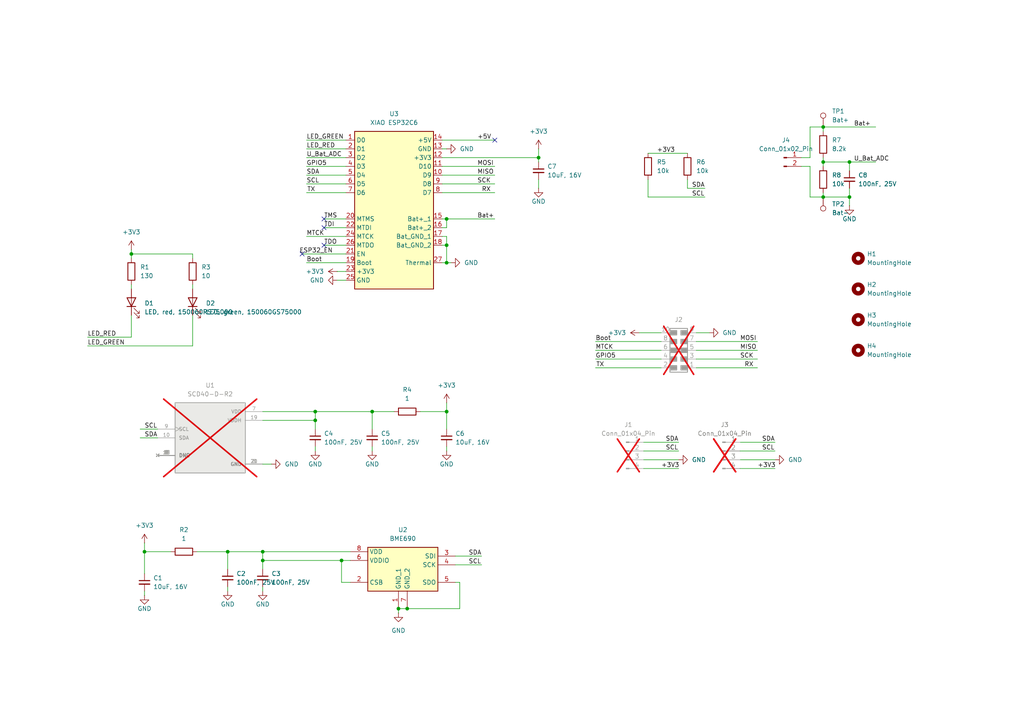
<source format=kicad_sch>
(kicad_sch (version 20250114) (generator "eeschema") (generator_version "9.0")
  (paper "A4")
  (lib_symbols
    (symbol "Bosch_BMP690:BME690"
      (property "Reference" "IC" (at 5.08 7.366 0))
      (property "Value" "BME690" (at 5.08 4.826 0))
      (symbol "BME690_1_1"
        (rectangle (start 5.08 2.54) (end 25.4 -10.16) (stroke (width 0.254)) (fill (type background)))
        (pin power_in line (at 0 1.27 0) (length 5.08) (name "VDD") (number "8"))
        (pin power_in line (at 0 -1.27 0) (length 5.08) (name "VDDIO") (number "6"))
        (pin input line (at 0 -7.62 0) (length 5.08) (name "CSB") (number "2"))
        (pin power_in line (at 13.97 -15.24 90) (length 5.08) (name "GND_1") (number "1"))
        (pin power_in line (at 16.51 -15.24 90) (length 5.08) (name "GND_2") (number "7"))
        (pin bidirectional line (at 30.48 0 180) (length 5.08) (name "SDI") (number "3"))
        (pin input line (at 30.48 -2.54 180) (length 5.08) (name "SCK") (number "4"))
        (pin bidirectional line (at 30.48 -7.62 180) (length 5.08) (name "SDO") (number "5"))
      )
    )
    (symbol "Connector:Conn_01x02_Pin" (pin_names (offset 1.016) (hide yes))
      (property "Reference" "J" (at 0 2.54 0))
      (property "Value" "Conn_01x02_Pin" (at 0 -5.08 0))
      (symbol "Conn_01x02_Pin_1_1"
        (rectangle (start 0.8636 0.127) (end 0 -0.127) (stroke (width 0.1524)) (fill (type outline)))
        (rectangle (start 0.8636 -2.413) (end 0 -2.667) (stroke (width 0.1524)) (fill (type outline)))
        (polyline (pts (xy 1.27 0) (xy 0.8636 0)) (stroke (width 0.1524)))
        (polyline (pts (xy 1.27 -2.54) (xy 0.8636 -2.54)) (stroke (width 0.1524)))
        (pin passive line (at 5.08 0 180) (length 3.81) (name "Pin_1") (number "1"))
        (pin passive line (at 5.08 -2.54 180) (length 3.81) (name "Pin_2") (number "2"))
      )
    )
    (symbol "Connector:Conn_01x04_Pin" (pin_names (offset 1.016) (hide yes))
      (property "Reference" "J" (at 0 5.08 0))
      (property "Value" "Conn_01x04_Pin" (at 0 -7.62 0))
      (symbol "Conn_01x04_Pin_1_1"
        (rectangle (start 0.8636 2.667) (end 0 2.413) (stroke (width 0.1524)) (fill (type outline)))
        (rectangle (start 0.8636 0.127) (end 0 -0.127) (stroke (width 0.1524)) (fill (type outline)))
        (rectangle (start 0.8636 -2.413) (end 0 -2.667) (stroke (width 0.1524)) (fill (type outline)))
        (rectangle (start 0.8636 -4.953) (end 0 -5.207) (stroke (width 0.1524)) (fill (type outline)))
        (polyline (pts (xy 1.27 2.54) (xy 0.8636 2.54)) (stroke (width 0.1524)))
        (polyline (pts (xy 1.27 0) (xy 0.8636 0)) (stroke (width 0.1524)))
        (polyline (pts (xy 1.27 -2.54) (xy 0.8636 -2.54)) (stroke (width 0.1524)))
        (polyline (pts (xy 1.27 -5.08) (xy 0.8636 -5.08)) (stroke (width 0.1524)))
        (pin passive line (at 5.08 2.54 180) (length 3.81) (name "Pin_1") (number "1"))
        (pin passive line (at 5.08 0 180) (length 3.81) (name "Pin_2") (number "2"))
        (pin passive line (at 5.08 -2.54 180) (length 3.81) (name "Pin_3") (number "3"))
        (pin passive line (at 5.08 -5.08 180) (length 3.81) (name "Pin_4") (number "4"))
      )
    )
    (symbol "Connector:TestPoint" (pin_numbers (hide yes)) (pin_names (offset 0.762) (hide yes))
      (property "Reference" "TP" (at 0 6.858 0))
      (property "Value" "TestPoint" (at 0 5.08 0))
      (symbol "TestPoint_0_1"
        (circle (center 0 3.302) (radius 0.762))
      )
      (symbol "TestPoint_1_1"
        (pin passive line (at 0 0 90) (length 2.54) (name "1") (number "1"))
      )
    )
    (symbol "Connector_Wuerth:62131021021" (pin_names (hide yes))
      (property "Reference" "J" (at 0 12.7 0))
      (symbol "62131021021_1_1"
        (rectangle (start -6.35 2.54) (end 6.35 -2.54) (stroke (width 0.254)))
        (rectangle (start -5.715 2.4765) (end -4.445 0.5715) (stroke (width 0.254)) (fill (type outline)))
        (rectangle (start -5.715 -0.635) (end -4.445 -2.54) (stroke (width 0.254)) (fill (type outline)))
        (rectangle (start -3.175 2.4765) (end -1.905 0.5715) (stroke (width 0.254)) (fill (type outline)))
        (rectangle (start -3.175 -0.635) (end -1.905 -2.54) (stroke (width 0.254)) (fill (type outline)))
        (rectangle (start -0.635 2.4765) (end 0.635 0.5715) (stroke (width 0.254)) (fill (type outline)))
        (rectangle (start -0.635 -0.635) (end 0.635 -2.54) (stroke (width 0.254)) (fill (type outline)))
        (rectangle (start 1.905 2.4765) (end 3.175 0.5715) (stroke (width 0.254)) (fill (type outline)))
        (rectangle (start 1.905 -0.635) (end 3.175 -2.54) (stroke (width 0.254)) (fill (type outline)))
        (rectangle (start 4.445 2.4765) (end 5.715 0.5715) (stroke (width 0.254)) (fill (type outline)))
        (rectangle (start 4.445 -0.635) (end 5.715 -2.54) (stroke (width 0.254)) (fill (type outline)))
        (pin passive line (at -5.08 5.08 270) (length 2.54) (name "2") (number "2"))
        (pin passive line (at -5.08 -5.08 90) (length 2.54) (name "1") (number "1"))
        (pin passive line (at -2.54 5.08 270) (length 2.54) (name "4") (number "4"))
        (pin passive line (at -2.54 -5.08 90) (length 2.54) (name "3") (number "3"))
        (pin passive line (at 0 5.08 270) (length 2.54) (name "6") (number "6"))
        (pin passive line (at 0 -5.08 90) (length 2.54) (name "5") (number "5"))
        (pin passive line (at 2.54 5.08 270) (length 2.54) (name "8") (number "8"))
        (pin passive line (at 2.54 -5.08 90) (length 2.54) (name "7") (number "7"))
        (pin passive line (at 5.08 5.08 270) (length 2.54) (name "10") (number "10"))
        (pin passive line (at 5.08 -5.08 90) (length 2.54) (name "9") (number "9"))
      )
    )
    (symbol "Device:C_Small" (pin_numbers (hide yes)) (pin_names (offset 0.254) (hide yes))
      (property "Reference" "C" (at 0.254 1.778 0))
      (property "Value" "C_Small" (at 0.254 -2.032 0))
      (symbol "C_Small_0_1"
        (polyline (pts (xy -1.524 0.508) (xy 1.524 0.508)) (stroke (width 0.3048)))
        (polyline (pts (xy -1.524 -0.508) (xy 1.524 -0.508)) (stroke (width 0.3302)))
      )
      (symbol "C_Small_1_1"
        (pin passive line (at 0 2.54 270) (length 2.032) (name "~") (number "1"))
        (pin passive line (at 0 -2.54 90) (length 2.032) (name "~") (number "2"))
      )
    )
    (symbol "Device:LED" (pin_numbers (hide yes)) (pin_names (offset 1.016) (hide yes))
      (property "Reference" "D" (at 0 2.54 0))
      (property "Value" "LED" (at 0 -2.54 0))
      (symbol "LED_0_1"
        (polyline (pts (xy -3.048 -0.762) (xy -4.572 -2.286) (xy -3.81 -2.286) (xy -4.572 -2.286) (xy -4.572 -1.524)))
        (polyline (pts (xy -1.778 -0.762) (xy -3.302 -2.286) (xy -2.54 -2.286) (xy -3.302 -2.286) (xy -3.302 -1.524)))
        (polyline (pts (xy -1.27 0) (xy 1.27 0)))
        (polyline (pts (xy -1.27 -1.27) (xy -1.27 1.27)) (stroke (width 0.254)))
        (polyline (pts (xy 1.27 -1.27) (xy 1.27 1.27) (xy -1.27 0) (xy 1.27 -1.27)) (stroke (width 0.254)))
      )
      (symbol "LED_1_1"
        (pin passive line (at -3.81 0 0) (length 2.54) (name "K") (number "1"))
        (pin passive line (at 3.81 0 180) (length 2.54) (name "A") (number "2"))
      )
    )
    (symbol "Device:R" (pin_numbers (hide yes)) (pin_names (offset 0))
      (property "Reference" "R" (at 2.032 0 90))
      (property "Value" "R" (at 0 0 90))
      (symbol "R_0_1"
        (rectangle (start -1.016 -2.54) (end 1.016 2.54) (stroke (width 0.254)))
      )
      (symbol "R_1_1"
        (pin passive line (at 0 3.81 270) (length 1.27) (name "~") (number "1"))
        (pin passive line (at 0 -3.81 90) (length 1.27) (name "~") (number "2"))
      )
    )
    (symbol "Mechanical:MountingHole" (pin_names (offset 1.016)) (in_bom no)
      (property "Reference" "H" (at 0 5.08 0))
      (property "Value" "MountingHole" (at 0 3.175 0))
      (symbol "MountingHole_0_1"
        (circle (center 0 0) (radius 1.27) (stroke (width 1.27)))
      )
    )
    (symbol "Sensirion_SCD40:SCD40-D-R2" (pin_names (offset 1.016))
      (property "Reference" "U" (at -10.16 11.176 0))
      (property "Value" "SCD40-D-R2" (at -10.16 -12.7 0))
      (symbol "SCD40-D-R2_0_0"
        (rectangle (start -10.16 -10.16) (end 10.16 10.16) (stroke (width 0.254)) (fill (type background)))
        (pin input clock (at -15.24 2.54 0) (length 5.08) (name "SCL") (number "9"))
        (pin bidirectional line (at -15.24 0 0) (length 5.08) (name "SDA") (number "10"))
        (pin no_connect line (at -15.24 -5.08 0) (length 5.08) (name "DNC") (number "1"))
        (pin no_connect line (at -15.24 -5.08 0) (length 5.08) (name "DNC") (number "11"))
        (pin no_connect line (at -15.24 -5.08 0) (length 5.08) (name "DNC") (number "12"))
        (pin no_connect line (at -15.24 -5.08 0) (length 5.08) (name "DNC") (number "13"))
        (pin no_connect line (at -15.24 -5.08 0) (length 5.08) (name "DNC") (number "14"))
        (pin no_connect line (at -15.24 -5.08 0) (length 5.08) (name "DNC") (number "15"))
        (pin no_connect line (at -15.24 -5.08 0) (length 5.08) (name "DNC") (number "16"))
        (pin no_connect line (at -15.24 -5.08 0) (length 5.08) (name "DNC") (number "17"))
        (pin no_connect line (at -15.24 -5.08 0) (length 5.08) (name "DNC") (number "18"))
        (pin no_connect line (at -15.24 -5.08 0) (length 5.08) (name "DNC") (number "2"))
        (pin no_connect line (at -15.24 -5.08 0) (length 5.08) (name "DNC") (number "3"))
        (pin no_connect line (at -15.24 -5.08 0) (length 5.08) (name "DNC") (number "4"))
        (pin no_connect line (at -15.24 -5.08 0) (length 5.08) (name "DNC") (number "5"))
        (pin no_connect line (at -15.24 -5.08 0) (length 5.08) (name "DNC") (number "8"))
        (pin power_in line (at 15.24 7.62 180) (length 5.08) (name "VDD") (number "7"))
        (pin power_in line (at 15.24 5.08 180) (length 5.08) (name "VDDH") (number "19"))
        (pin power_in line (at 15.24 -7.62 180) (length 5.08) (name "GND") (number "20"))
        (pin power_in line (at 15.24 -7.62 180) (length 5.08) (name "GND") (number "21"))
        (pin power_in line (at 15.24 -7.62 180) (length 5.08) (name "GND") (number "6"))
      )
    )
    (symbol "XIAO-ESP32C3:ESP32C6"
      (property "Reference" "U" (at 0.762 3.302 0))
      (property "Value" "XIAO ESP32C6" (at 7.112 1.27 0))
      (symbol "ESP32C6_0_1"
        (rectangle (start 0 0) (end 22.86 -45.72) (stroke (width 0.254)) (fill (type background)))
      )
      (symbol "ESP32C6_1_1"
        (pin bidirectional line (at -2.54 -2.54 0) (length 2.54) (name "D0") (number "1"))
        (pin bidirectional line (at -2.54 -5.08 0) (length 2.54) (name "D1") (number "2"))
        (pin bidirectional line (at -2.54 -7.62 0) (length 2.54) (name "D2") (number "3"))
        (pin bidirectional line (at -2.54 -10.16 0) (length 2.54) (name "D3") (number "4"))
        (pin bidirectional line (at -2.54 -12.7 0) (length 2.54) (name "D4") (number "5"))
        (pin bidirectional line (at -2.54 -15.24 0) (length 2.54) (name "D5") (number "6"))
        (pin bidirectional line (at -2.54 -17.78 0) (length 2.54) (name "D6") (number "7"))
        (pin bidirectional line (at -2.54 -25.4 0) (length 2.54) (name "MTMS") (number "20"))
        (pin bidirectional line (at -2.54 -27.94 0) (length 2.54) (name "MTDI") (number "22"))
        (pin bidirectional line (at -2.54 -30.48 0) (length 2.54) (name "MTCK") (number "24"))
        (pin bidirectional line (at -2.54 -33.02 0) (length 2.54) (name "MTDO") (number "26"))
        (pin bidirectional line (at -2.54 -35.56 0) (length 2.54) (name "EN") (number "21"))
        (pin input line (at -2.54 -38.1 0) (length 2.54) (name "Boot") (number "19"))
        (pin power_in line (at -2.54 -40.64 0) (length 2.54) (name "+3V3") (number "23"))
        (pin power_in line (at -2.54 -43.18 0) (length 2.54) (name "GND") (number "25"))
        (pin power_in line (at 25.4 -2.54 180) (length 2.54) (name "+5V") (number "14"))
        (pin power_in line (at 25.4 -5.08 180) (length 2.54) (name "GND") (number "13"))
        (pin power_in line (at 25.4 -7.62 180) (length 2.54) (name "+3V3") (number "12"))
        (pin bidirectional line (at 25.4 -10.16 180) (length 2.54) (name "D10") (number "11"))
        (pin bidirectional line (at 25.4 -12.7 180) (length 2.54) (name "D9") (number "10"))
        (pin bidirectional line (at 25.4 -15.24 180) (length 2.54) (name "D8") (number "9"))
        (pin bidirectional line (at 25.4 -17.78 180) (length 2.54) (name "D7") (number "8"))
        (pin bidirectional line (at 25.4 -25.4 180) (length 2.54) (name "Bat+_1") (number "15"))
        (pin bidirectional line (at 25.4 -27.94 180) (length 2.54) (name "Bat+_2") (number "16"))
        (pin bidirectional line (at 25.4 -30.48 180) (length 2.54) (name "Bat_GND_1") (number "17"))
        (pin bidirectional line (at 25.4 -33.02 180) (length 2.54) (name "Bat_GND_2") (number "18"))
        (pin bidirectional line (at 25.4 -38.1 180) (length 2.54) (name "Thermal") (number "27"))
      )
    )
    (symbol "power:+3V3" (power) (pin_numbers (hide yes)) (pin_names (offset 0) (hide yes))
      (property "Value" "+3V3" (at 0 3.556 0))
      (symbol "+3V3_0_1"
        (polyline (pts (xy -0.762 1.27) (xy 0 2.54)))
        (polyline (pts (xy 0 2.54) (xy 0.762 1.27)))
        (polyline (pts (xy 0 0) (xy 0 2.54)))
      )
      (symbol "+3V3_1_1"
        (pin power_in line (at 0 0 90) (length 0) (name "~") (number "1"))
      )
    )
    (symbol "power:GND" (power) (pin_numbers (hide yes)) (pin_names (offset 0) (hide yes))
      (property "Value" "GND" (at 0 -3.81 0))
      (symbol "GND_0_1"
        (polyline (pts (xy 0 0) (xy 0 -1.27) (xy 1.27 -1.27) (xy 0 -2.54) (xy -1.27 -1.27) (xy 0 -1.27)))
      )
      (symbol "GND_1_1"
        (pin power_in line (at 0 0 270) (length 0) (name "~") (number "1"))
      )
    )
  )
  (junction (at 246.38 57.15))
  (junction (at 76.2 162.56))
  (junction (at 99.06 162.56))
  (junction (at 91.44 121.92))
  (junction (at 118.11 176.53))
  (junction (at 41.91 160.02))
  (junction (at 76.2 160.02))
  (junction (at 129.54 119.38))
  (junction (at 91.44 119.38))
  (junction (at 129.54 71.12))
  (junction (at 238.76 57.15))
  (junction (at 156.21 45.72))
  (junction (at 66.04 160.02))
  (junction (at 38.1 73.66))
  (junction (at 107.95 119.38))
  (junction (at 238.76 46.99))
  (junction (at 129.54 63.5))
  (junction (at 129.54 76.2))
  (junction (at 115.57 176.53))
  (junction (at 246.38 46.99))
  (junction (at 238.76 36.83))
  (no_connect (at 93.98 66.04))
  (no_connect (at 93.98 71.12))
  (no_connect (at 143.51 40.64))
  (no_connect (at 87.63 73.66))
  (no_connect (at 93.98 63.5))
  (wire (pts (xy 101.6 168.91) (xy 99.06 168.91)))
  (wire (pts (xy 93.98 63.5) (xy 100.33 63.5)))
  (wire (pts (xy 232.41 48.26) (xy 234.95 48.26)))
  (wire (pts (xy 185.42 96.52) (xy 191.77 96.52)))
  (wire (pts (xy 88.9 40.64) (xy 100.33 40.64)))
  (wire (pts (xy 128.27 55.88) (xy 143.51 55.88)))
  (wire (pts (xy 38.1 72.39) (xy 38.1 73.66)))
  (wire (pts (xy 172.72 104.14) (xy 191.77 104.14)))
  (wire (pts (xy 201.93 104.14) (xy 219.71 104.14)))
  (wire (pts (xy 234.95 48.26) (xy 234.95 57.15)))
  (wire (pts (xy 121.92 119.38) (xy 129.54 119.38)))
  (wire (pts (xy 76.2 121.92) (xy 91.44 121.92)))
  (wire (pts (xy 129.54 116.84) (xy 129.54 119.38)))
  (wire (pts (xy 88.9 45.72) (xy 100.33 45.72)))
  (wire (pts (xy 128.27 53.34) (xy 143.51 53.34)))
  (wire (pts (xy 99.06 162.56) (xy 99.06 168.91)))
  (wire (pts (xy 87.63 73.66) (xy 100.33 73.66)))
  (wire (pts (xy 246.38 57.15) (xy 246.38 59.69)))
  (wire (pts (xy 88.9 43.18) (xy 100.33 43.18)))
  (wire (pts (xy 41.91 160.02) (xy 49.53 160.02)))
  (wire (pts (xy 238.76 55.88) (xy 238.76 57.15)))
  (wire (pts (xy 214.63 128.27) (xy 224.79 128.27)))
  (wire (pts (xy 88.9 50.8) (xy 100.33 50.8)))
  (wire (pts (xy 156.21 52.07) (xy 156.21 54.61)))
  (wire (pts (xy 128.27 43.18) (xy 129.54 43.18)))
  (wire (pts (xy 132.08 161.29) (xy 139.7 161.29)))
  (wire (pts (xy 246.38 54.61) (xy 246.38 57.15)))
  (wire (pts (xy 132.08 163.83) (xy 139.7 163.83)))
  (wire (pts (xy 76.2 162.56) (xy 76.2 165.1)))
  (wire (pts (xy 128.27 40.64) (xy 143.51 40.64)))
  (wire (pts (xy 66.04 160.02) (xy 66.04 165.1)))
  (wire (pts (xy 129.54 129.54) (xy 129.54 130.81)))
  (wire (pts (xy 199.39 54.61) (xy 204.47 54.61)))
  (wire (pts (xy 129.54 63.5) (xy 129.54 66.04)))
  (wire (pts (xy 76.2 119.38) (xy 91.44 119.38)))
  (wire (pts (xy 129.54 68.58) (xy 129.54 71.12)))
  (wire (pts (xy 133.35 168.91) (xy 133.35 176.53)))
  (wire (pts (xy 172.72 106.68) (xy 191.77 106.68)))
  (wire (pts (xy 40.64 127) (xy 45.72 127)))
  (wire (pts (xy 128.27 66.04) (xy 129.54 66.04)))
  (wire (pts (xy 91.44 121.92) (xy 91.44 124.46)))
  (wire (pts (xy 76.2 160.02) (xy 101.6 160.02)))
  (wire (pts (xy 201.93 101.6) (xy 219.71 101.6)))
  (wire (pts (xy 172.72 99.06) (xy 191.77 99.06)))
  (wire (pts (xy 38.1 73.66) (xy 55.88 73.66)))
  (wire (pts (xy 246.38 46.99) (xy 254 46.99)))
  (wire (pts (xy 128.27 71.12) (xy 129.54 71.12)))
  (wire (pts (xy 128.27 68.58) (xy 129.54 68.58)))
  (wire (pts (xy 107.95 129.54) (xy 107.95 130.81)))
  (wire (pts (xy 76.2 162.56) (xy 99.06 162.56)))
  (wire (pts (xy 91.44 119.38) (xy 107.95 119.38)))
  (wire (pts (xy 128.27 48.26) (xy 143.51 48.26)))
  (wire (pts (xy 55.88 91.44) (xy 55.88 100.33)))
  (wire (pts (xy 186.69 133.35) (xy 196.85 133.35)))
  (wire (pts (xy 187.96 44.45) (xy 199.39 44.45)))
  (wire (pts (xy 91.44 129.54) (xy 91.44 130.81)))
  (wire (pts (xy 238.76 36.83) (xy 254 36.83)))
  (wire (pts (xy 115.57 176.53) (xy 115.57 177.8)))
  (wire (pts (xy 201.93 99.06) (xy 219.71 99.06)))
  (wire (pts (xy 97.79 78.74) (xy 100.33 78.74)))
  (wire (pts (xy 214.63 135.89) (xy 224.79 135.89)))
  (wire (pts (xy 246.38 46.99) (xy 246.38 49.53)))
  (wire (pts (xy 88.9 53.34) (xy 100.33 53.34)))
  (wire (pts (xy 238.76 45.72) (xy 238.76 46.99)))
  (wire (pts (xy 201.93 96.52) (xy 205.74 96.52)))
  (wire (pts (xy 88.9 48.26) (xy 100.33 48.26)))
  (wire (pts (xy 41.91 171.45) (xy 41.91 172.72)))
  (wire (pts (xy 88.9 76.2) (xy 100.33 76.2)))
  (wire (pts (xy 41.91 160.02) (xy 41.91 166.37)))
  (wire (pts (xy 234.95 45.72) (xy 234.95 36.83)))
  (wire (pts (xy 129.54 63.5) (xy 143.51 63.5)))
  (wire (pts (xy 238.76 46.99) (xy 238.76 48.26)))
  (wire (pts (xy 214.63 130.81) (xy 224.79 130.81)))
  (wire (pts (xy 99.06 162.56) (xy 101.6 162.56)))
  (wire (pts (xy 38.1 91.44) (xy 38.1 97.79)))
  (wire (pts (xy 132.08 168.91) (xy 133.35 168.91)))
  (wire (pts (xy 107.95 119.38) (xy 107.95 124.46)))
  (wire (pts (xy 88.9 55.88) (xy 100.33 55.88)))
  (wire (pts (xy 25.4 100.33) (xy 55.88 100.33)))
  (wire (pts (xy 38.1 82.55) (xy 38.1 83.82)))
  (wire (pts (xy 55.88 73.66) (xy 55.88 74.93)))
  (wire (pts (xy 156.21 45.72) (xy 156.21 46.99)))
  (wire (pts (xy 201.93 106.68) (xy 219.71 106.68)))
  (wire (pts (xy 115.57 176.53) (xy 118.11 176.53)))
  (wire (pts (xy 40.64 124.46) (xy 45.72 124.46)))
  (wire (pts (xy 156.21 43.18) (xy 156.21 45.72)))
  (wire (pts (xy 128.27 76.2) (xy 129.54 76.2)))
  (wire (pts (xy 186.69 135.89) (xy 196.85 135.89)))
  (wire (pts (xy 118.11 176.53) (xy 133.35 176.53)))
  (wire (pts (xy 238.76 46.99) (xy 246.38 46.99)))
  (wire (pts (xy 93.98 71.12) (xy 100.33 71.12)))
  (wire (pts (xy 187.96 52.07) (xy 187.96 57.15)))
  (wire (pts (xy 172.72 101.6) (xy 191.77 101.6)))
  (wire (pts (xy 93.98 66.04) (xy 100.33 66.04)))
  (wire (pts (xy 128.27 45.72) (xy 156.21 45.72)))
  (wire (pts (xy 129.54 119.38) (xy 129.54 124.46)))
  (wire (pts (xy 238.76 57.15) (xy 246.38 57.15)))
  (wire (pts (xy 91.44 119.38) (xy 91.44 121.92)))
  (wire (pts (xy 41.91 157.48) (xy 41.91 160.02)))
  (wire (pts (xy 25.4 97.79) (xy 38.1 97.79)))
  (wire (pts (xy 38.1 73.66) (xy 38.1 74.93)))
  (wire (pts (xy 129.54 76.2) (xy 130.81 76.2)))
  (wire (pts (xy 129.54 71.12) (xy 129.54 76.2)))
  (wire (pts (xy 186.69 128.27) (xy 196.85 128.27)))
  (wire (pts (xy 199.39 52.07) (xy 199.39 54.61)))
  (wire (pts (xy 57.15 160.02) (xy 66.04 160.02)))
  (wire (pts (xy 214.63 133.35) (xy 224.79 133.35)))
  (wire (pts (xy 66.04 170.18) (xy 66.04 171.45)))
  (wire (pts (xy 107.95 119.38) (xy 114.3 119.38)))
  (wire (pts (xy 234.95 36.83) (xy 238.76 36.83)))
  (wire (pts (xy 238.76 36.83) (xy 238.76 38.1)))
  (wire (pts (xy 97.79 81.28) (xy 100.33 81.28)))
  (wire (pts (xy 66.04 160.02) (xy 76.2 160.02)))
  (wire (pts (xy 76.2 160.02) (xy 76.2 162.56)))
  (wire (pts (xy 55.88 82.55) (xy 55.88 83.82)))
  (wire (pts (xy 232.41 45.72) (xy 234.95 45.72)))
  (wire (pts (xy 76.2 134.62) (xy 78.74 134.62)))
  (wire (pts (xy 128.27 63.5) (xy 129.54 63.5)))
  (wire (pts (xy 186.69 130.81) (xy 196.85 130.81)))
  (wire (pts (xy 187.96 57.15) (xy 204.47 57.15)))
  (wire (pts (xy 88.9 68.58) (xy 100.33 68.58)))
  (wire (pts (xy 76.2 170.18) (xy 76.2 171.45)))
  (wire (pts (xy 128.27 50.8) (xy 143.51 50.8)))
  (wire (pts (xy 234.95 57.15) (xy 238.76 57.15)))
  (label "+5V" (at 138.43 40.64 0))
  (label "MTCK" (at 88.9 68.58 0))
  (label "RX" (at 215.9 106.68 0))
  (label "SCL" (at 135.89 163.83 0))
  (label "Boot" (at 172.72 99.06 0))
  (label "SDA" (at 88.9 50.8 0))
  (label "SCL" (at 41.91 124.46 0))
  (label "LED_GREEN" (at 25.4 100.33 0))
  (label "SCL" (at 88.9 53.34 0))
  (label "SDA" (at 200.66 54.61 0))
  (label "Bat+" (at 247.65 36.83 0))
  (label "U_Bat_ADC" (at 88.9 45.72 0))
  (label "LED_RED" (at 88.9 43.18 0))
  (label "TDO" (at 93.98 71.12 0))
  (label "+3V3" (at 190.5 44.45 0))
  (label "TX" (at 175.26 106.68 180))
  (label "SCK" (at 214.63 104.14 0))
  (label "GPIO5" (at 88.9 48.26 0))
  (label "TDI" (at 93.98 66.04 0))
  (label "SCK" (at 138.43 53.34 0))
  (label "MISO" (at 138.43 50.8 0))
  (label "MOSI" (at 214.63 99.06 0))
  (label "SDA" (at 193.04 128.27 0))
  (label "MOSI" (at 138.43 48.26 0))
  (label "TX" (at 91.44 55.88 180))
  (label "SDA" (at 135.89 161.29 0))
  (label "SCL" (at 220.98 130.81 0))
  (label "GPIO5" (at 172.72 104.14 0))
  (label "+3V3" (at 191.77 135.89 0))
  (label "SDA" (at 41.91 127 0))
  (label "Bat+" (at 138.43 63.5 0))
  (label "LED_GREEN" (at 88.9 40.64 0))
  (label "SCL" (at 193.04 130.81 0))
  (label "MTCK" (at 172.72 101.6 0))
  (label "ESP32_EN" (at 96.52 73.66 180))
  (label "LED_RED" (at 25.4 97.79 0))
  (label "U_Bat_ADC" (at 247.65 46.99 0))
  (label "SDA" (at 220.98 128.27 0))
  (label "MISO" (at 214.63 101.6 0))
  (label "+3V3" (at 219.71 135.89 0))
  (label "Boot" (at 88.9 76.2 0))
  (label "RX" (at 139.7 55.88 0))
  (label "TMS" (at 93.98 63.5 0))
  (label "SCL" (at 200.66 57.15 0))
  (symbol (lib_id "Device:C_Small") (at 107.95 127 0) (unit 1)
    (property "Reference" "C5" (at 110.49 125.7362 0) (effects (justify left)))
    (property "Value" "100nF, 25V" (at 110.49 128.2762 0) (effects (justify left)))
    (property "Footprint" "Capacitor_SMD:C_0402_1005Metric" (effects (hide yes)))
    (property "Datasheet" "https://mm.digikey.com/Volume0/opasdata/d220001/medias/docus/503/CL05A104KA5NNNC.pdf" (effects (hide yes)))
    (property "Description" "Unpolarized capacitor, small symbol" (effects (hide yes)))
    (property "MPN" "CL05A104KA5NNNC" (effects (hide yes)))
    (property "Manufacturer" "Samsung Electro-Mechanics" (effects (hide yes)))
    (property "DigiKey" "1276-1043-2-ND" (effects (hide yes)))
    (property "JLCPCB Part #" "C100072" (effects (hide yes)))
  )
  (symbol (lib_id "power:GND") (at 224.79 133.35 90) (unit 1)
    (property "Reference" "#PWR021" (effects (hide yes)))
    (property "Value" "GND" (at 228.6 133.3499 90) (effects (justify right)))
    (property "Description" "Power symbol creates a global label with name \"GND\" , ground" (effects (hide yes)))
  )
  (symbol (lib_id "Device:R") (at 53.34 160.02 90) (unit 1)
    (property "Reference" "R2" (at 53.34 153.67 90))
    (property "Value" "1" (at 53.34 156.21 90))
    (property "Footprint" "Resistor_SMD:R_0402_1005Metric" (effects (hide yes)))
    (property "Datasheet" "https://www.yageogroup.com/content/datasheet/asset/file/PYU-RC_51_ROHS_P" (effects (hide yes)))
    (property "Description" "Resistor" (effects (hide yes)))
    (property "Manufacturer" "YAGEO" (effects (hide yes)))
    (property "MPN" "RC0402FR-071RP" (effects (hide yes)))
    (property "DigiKey" "13-RC0402FR-071RPTR-ND" (effects (hide yes)))
    (property "JLCPCB Part #" "C7038446" (effects (hide yes)))
  )
  (symbol (lib_id "power:+3V3") (at 156.21 43.18 0) (unit 1)
    (property "Reference" "#PWR016" (effects (hide yes)))
    (property "Value" "+3V3" (at 156.21 38.1 0))
    (property "Description" "Power symbol creates a global label with name \"+3V3\"" (effects (hide yes)))
  )
  (symbol (lib_id "power:GND") (at 76.2 171.45 0) (unit 1)
    (property "Reference" "#PWR05" (effects (hide yes)))
    (property "Value" "GND" (at 76.2 175.26 0))
    (property "Description" "Power symbol creates a global label with name \"GND\" , ground" (effects (hide yes)))
  )
  (symbol (lib_id "XIAO-ESP32C3:ESP32C6") (at 102.87 38.1 0) (unit 1)
    (property "Reference" "U3" (at 114.3 33.02 0))
    (property "Value" "XIAO ESP32C6" (at 114.3 35.56 0))
    (property "Footprint" "Footprints:XIAO-ESP32C6" (effects (hide yes)))
  )
  (symbol (lib_id "Mechanical:MountingHole") (at 248.92 92.71 0) (unit 1) (in_bom no)
    (property "Reference" "H3" (at 251.46 91.4399 0) (effects (justify left)))
    (property "Value" "MountingHole" (at 251.46 93.9799 0) (effects (justify left)))
    (property "Footprint" "MountingHole:MountingHole_2.1mm" (effects (hide yes)))
    (property "Description" "Mounting Hole without connection" (effects (hide yes)))
  )
  (symbol (lib_id "Connector:Conn_01x04_Pin") (at 209.55 130.81 0) (unit 1) (dnp yes)
    (property "Reference" "J3" (at 210.185 123.19 0))
    (property "Value" "Conn_01x04_Pin" (at 210.185 125.73 0))
    (property "Footprint" "Connector_PinHeader_1.27mm:PinHeader_1x04_P1.27mm_Vertical" (effects (hide yes)))
    (property "Description" "Generic connector, single row, 01x04, script generated" (effects (hide yes)))
  )
  (symbol (lib_id "Mechanical:MountingHole") (at 248.92 83.82 0) (unit 1) (in_bom no)
    (property "Reference" "H2" (at 251.46 82.5499 0) (effects (justify left)))
    (property "Value" "MountingHole" (at 251.46 85.0899 0) (effects (justify left)))
    (property "Footprint" "MountingHole:MountingHole_2.1mm" (effects (hide yes)))
    (property "Description" "Mounting Hole without connection" (effects (hide yes)))
  )
  (symbol (lib_id "Mechanical:MountingHole") (at 248.92 74.93 0) (unit 1) (in_bom no)
    (property "Reference" "H1" (at 251.46 73.6599 0) (effects (justify left)))
    (property "Value" "MountingHole" (at 251.46 76.1999 0) (effects (justify left)))
    (property "Footprint" "MountingHole:MountingHole_2.1mm" (effects (hide yes)))
    (property "Description" "Mounting Hole without connection" (effects (hide yes)))
  )
  (symbol (lib_id "Connector:TestPoint") (at 238.76 36.83 0) (unit 1) (in_bom no)
    (property "Reference" "TP1" (at 241.3 32.2579 0) (effects (justify left)))
    (property "Value" "Bat+" (at 241.3 34.7979 0) (effects (justify left)))
    (property "Footprint" "TestPoint:TestPoint_Keystone_5015_Micro_Mini" (effects (hide yes)))
    (property "Description" "test point" (effects (hide yes)))
  )
  (symbol (lib_id "Device:C_Small") (at 66.04 167.64 0) (unit 1)
    (property "Reference" "C2" (at 68.58 166.3762 0) (effects (justify left)))
    (property "Value" "100nF, 25V" (at 68.58 168.9162 0) (effects (justify left)))
    (property "Footprint" "Capacitor_SMD:C_0402_1005Metric" (effects (hide yes)))
    (property "Datasheet" "https://mm.digikey.com/Volume0/opasdata/d220001/medias/docus/503/CL05A104KA5NNNC.pdf" (effects (hide yes)))
    (property "Description" "Unpolarized capacitor, small symbol" (effects (hide yes)))
    (property "MPN" "CL05A104KA5NNNC" (effects (hide yes)))
    (property "Manufacturer" "Samsung Electro-Mechanics" (effects (hide yes)))
    (property "DigiKey" "1276-1043-2-ND" (effects (hide yes)))
    (property "JLCPCB Part #" "C100072" (effects (hide yes)))
  )
  (symbol (lib_id "Device:C_Small") (at 156.21 49.53 0) (unit 1)
    (property "Reference" "C7" (at 158.75 48.2662 0) (effects (justify left)))
    (property "Value" "10uF, 16V" (at 158.75 50.8062 0) (effects (justify left)))
    (property "Footprint" "Capacitor_SMD:C_0805_2012Metric" (effects (hide yes)))
    (property "Datasheet" "https://mm.digikey.com/Volume0/opasdata/d220001/medias/docus/926/CL_Series_MLCC_ds.pdf" (effects (hide yes)))
    (property "Description" "Unpolarized capacitor, small symbol" (effects (hide yes)))
    (property "MPN" "CL21B106KOQNNNE" (effects (hide yes)))
    (property "Manufacturer" "Samsung Electro-Mechanics" (effects (hide yes)))
    (property "DigiKey" "1276-2872-2-ND" (effects (hide yes)))
    (property "JLCPCB Part #" "C95841" (effects (hide yes)))
  )
  (symbol (lib_id "power:GND") (at 41.91 172.72 0) (unit 1)
    (property "Reference" "#PWR03" (effects (hide yes)))
    (property "Value" "GND" (at 41.91 176.53 0))
    (property "Description" "Power symbol creates a global label with name \"GND\" , ground" (effects (hide yes)))
  )
  (symbol (lib_id "power:+3V3") (at 185.42 96.52 90) (unit 1)
    (property "Reference" "#PWR018" (effects (hide yes)))
    (property "Value" "+3V3" (at 181.61 96.5199 90) (effects (justify left)))
    (property "Description" "Power symbol creates a global label with name \"+3V3\"" (effects (hide yes)))
  )
  (symbol (lib_id "Device:C_Small") (at 41.91 168.91 0) (unit 1)
    (property "Reference" "C1" (at 44.45 167.6462 0) (effects (justify left)))
    (property "Value" "10uF, 16V" (at 44.45 170.1862 0) (effects (justify left)))
    (property "Footprint" "Capacitor_SMD:C_0805_2012Metric" (effects (hide yes)))
    (property "Datasheet" "https://mm.digikey.com/Volume0/opasdata/d220001/medias/docus/926/CL_Series_MLCC_ds.pdf" (effects (hide yes)))
    (property "Description" "Unpolarized capacitor, small symbol" (effects (hide yes)))
    (property "MPN" "CL21B106KOQNNNE" (effects (hide yes)))
    (property "Manufacturer" "Samsung Electro-Mechanics" (effects (hide yes)))
    (property "DigiKey" "1276-2872-2-ND" (effects (hide yes)))
    (property "JLCPCB Part #" "C95841" (effects (hide yes)))
  )
  (symbol (lib_id "Sensirion_SCD40:SCD40-D-R2") (at 60.96 127 0) (unit 1) (dnp yes)
    (property "Reference" "U1" (at 60.96 111.76 0))
    (property "Value" "SCD40-D-R2" (at 60.96 114.3 0))
    (property "Footprint" "Footprints:XDCR_SCD40-D-R2" (effects (hide yes)))
    (property "MAXIMUM_PACKAGE_HEIGHT" "6.8mm" (effects (hide yes)))
    (property "Package" "None" (effects (hide yes)))
    (property "Price" "None" (effects (hide yes)))
    (property "Check_prices" "https://www.snapeda.com/parts/SCD40-D-R2/Sensirion/view-part/?ref=eda" (effects (hide yes)))
    (property "STANDARD" "Manufacturer Recommendations" (effects (hide yes)))
    (property "PARTREV" "1.2" (effects (hide yes)))
    (property "SnapEDA_Link" "https://www.snapeda.com/parts/SCD40-D-R2/Sensirion/view-part/?ref=snap" (effects (hide yes)))
    (property "Description_1" "Air Quality Sensor CO2 Sensor 2.5V/3.3V/5V 20-Pin SMD EP" (effects (hide yes)))
    (property "SNAPEDA_PN" "SCD41-D-R2" (effects (hide yes)))
    (property "Availability" "In Stock" (effects (hide yes)))
    (property "MANUFACTURER" "Sensirion" (effects (hide yes)))
    (property "JLCPCB Part #" "C3659421" (effects (hide yes)))
    (property "MPN" "SCD40-D-R2" (effects (hide yes)))
    (property "Manufacturer" "Sensirion AG" (effects (hide yes)))
  )
  (symbol (lib_id "power:GND") (at 91.44 130.81 0) (unit 1)
    (property "Reference" "#PWR07" (effects (hide yes)))
    (property "Value" "GND" (at 91.44 134.62 0))
    (property "Description" "Power symbol creates a global label with name \"GND\" , ground" (effects (hide yes)))
  )
  (symbol (lib_id "Device:C_Small") (at 246.38 52.07 0) (unit 1)
    (property "Reference" "C8" (at 248.92 50.8062 0) (effects (justify left)))
    (property "Value" "100nF, 25V" (at 248.92 53.3462 0) (effects (justify left)))
    (property "Footprint" "Capacitor_SMD:C_0402_1005Metric" (effects (hide yes)))
    (property "Datasheet" "https://mm.digikey.com/Volume0/opasdata/d220001/medias/docus/503/CL05A104KA5NNNC.pdf" (effects (hide yes)))
    (property "Description" "Unpolarized capacitor, small symbol" (effects (hide yes)))
    (property "MPN" "CL05A104KA5NNNC" (effects (hide yes)))
    (property "Manufacturer" "Samsung Electro-Mechanics" (effects (hide yes)))
    (property "DigiKey" "1276-1043-2-ND" (effects (hide yes)))
    (property "JLCPCB Part #" "C100072" (effects (hide yes)))
  )
  (symbol (lib_id "Device:LED") (at 55.88 87.63 90) (unit 1)
    (property "Reference" "D2" (at 59.69 87.9474 90) (effects (justify right)))
    (property "Value" "LED, green, 150060GS75000" (at 59.69 90.4874 90) (effects (justify right)))
    (property "Footprint" "Diode_SMD:D_0603_1608Metric" (effects (hide yes)))
    (property "Datasheet" "https://www.we-online.com/components/products/datasheet/150060GS75000.pdf" (effects (hide yes)))
    (property "Description" "Light emitting diode" (effects (hide yes)))
    (property "MPN" "150060GS75000" (effects (hide yes)))
    (property "Manufacturer" "Wuerth" (effects (hide yes)))
    (property "DigiKey" "732-4971-2-ND" (effects (hide yes)))
    (property "JLCPCB Part #" "C5252984" (effects (hide yes)))
  )
  (symbol (lib_id "Device:R") (at 118.11 119.38 90) (unit 1)
    (property "Reference" "R4" (at 118.11 113.03 90))
    (property "Value" "1" (at 118.11 115.57 90))
    (property "Footprint" "Resistor_SMD:R_0805_2012Metric" (effects (hide yes)))
    (property "Datasheet" "https://www.yageogroup.com/content/datasheet/asset/file/PYU-RC_51_ROHS_P" (effects (hide yes)))
    (property "Description" "Resistor" (effects (hide yes)))
    (property "Manufacturer" "YAGEO" (effects (hide yes)))
    (property "MPN" "SR0805FR-471RL" (effects (hide yes)))
    (property "DigiKey" "YAG5851TR-ND" (effects (hide yes)))
    (property "JLCPCB Part #" "C873764" (effects (hide yes)))
  )
  (symbol (lib_id "power:GND") (at 129.54 130.81 0) (unit 1)
    (property "Reference" "#PWR014" (effects (hide yes)))
    (property "Value" "GND" (at 129.54 134.62 0))
    (property "Description" "Power symbol creates a global label with name \"GND\" , ground" (effects (hide yes)))
  )
  (symbol (lib_id "power:+3V3") (at 129.54 116.84 0) (unit 1)
    (property "Reference" "#PWR013" (effects (hide yes)))
    (property "Value" "+3V3" (at 129.54 111.76 0))
    (property "Description" "Power symbol creates a global label with name \"+3V3\"" (effects (hide yes)))
  )
  (symbol (lib_id "Device:LED") (at 38.1 87.63 90) (unit 1)
    (property "Reference" "D1" (at 41.91 87.9474 90) (effects (justify right)))
    (property "Value" "LED, red, 150060RS75000" (at 41.91 90.4874 90) (effects (justify right)))
    (property "Footprint" "Diode_SMD:D_0603_1608Metric" (effects (hide yes)))
    (property "Datasheet" "https://www.we-online.com/components/products/datasheet/150060RS75000.pdf" (effects (hide yes)))
    (property "Description" "Light emitting diode" (effects (hide yes)))
    (property "MPN" "150060RS75000" (effects (hide yes)))
    (property "Manufacturer" "Wuerth" (effects (hide yes)))
    (property "DigiKey" "732-4978-2-ND" (effects (hide yes)))
    (property "JLCPCB Part #" "C3030991" (effects (hide yes)))
  )
  (symbol (lib_id "Device:R") (at 38.1 78.74 180) (unit 1)
    (property "Reference" "R1" (at 40.64 77.4699 0) (effects (justify right)))
    (property "Value" "130" (at 40.64 80.0099 0) (effects (justify right)))
    (property "Footprint" "Resistor_SMD:R_0603_1608Metric" (effects (hide yes)))
    (property "Datasheet" "https://www.yageogroup.com/content/datasheet/asset/file/PYU-RC_51_ROHS_P" (effects (hide yes)))
    (property "Description" "Resistor" (effects (hide yes)))
    (property "Manufacturer" "YAGEO" (effects (hide yes)))
    (property "MPN" "SR0603FR-7T130RL" (effects (hide yes)))
    (property "DigiKey" "13-SR0603FR-7T130RL-ND" (effects (hide yes)))
    (property "JLCPCB Part #" "C6823558" (effects (hide yes)))
  )
  (symbol (lib_id "power:GND") (at 246.38 59.69 0) (unit 1)
    (property "Reference" "#PWR022" (effects (hide yes)))
    (property "Value" "GND" (at 246.38 63.5 0))
    (property "Description" "Power symbol creates a global label with name \"GND\" , ground" (effects (hide yes)))
  )
  (symbol (lib_id "Connector_Wuerth:62131021021") (at 196.85 101.6 90) (unit 1) (dnp yes)
    (property "Reference" "J2" (at 196.85 92.71 90))
    (property "Value" "62131021021" (effects (hide yes)))
    (property "Footprint" "Footprints:J_Wurth_WR-PHD_62131021021" (effects (hide yes)))
    (property "Datasheet" "https://www.we-online.com/en/components/products/datasheet/62131021021?ki" (effects (hide yes)))
    (property "Description" "1.27 mm SMT Dual Pin Header, H=3.80 mm" (effects (hide yes)))
    (property "Manufacturer" "Wurth Elektronik" (effects (hide yes)))
    (property "Manufacturer URL" "https://www.we-online.com" (effects (hide yes)))
    (property "Match Code" "WR-PHD" (effects (hide yes)))
    (property "Pitch" "1.27 mm" (effects (hide yes)))
    (property "Mounting Technology" "SMT" (effects (hide yes)))
    (property "Pins (pcs)" "10" (effects (hide yes)))
    (property "Rows" "Dual" (effects (hide yes)))
    (property "Gender" "Pin Header" (effects (hide yes)))
    (property "Type" "Straight" (effects (hide yes)))
    (property "IR (A)" "1" (effects (hide yes)))
    (property "MPN" "62131021021" (effects (hide yes)))
    (property "DigiKey" "732-62131021021TR-ND" (effects (hide yes)))
    (property "JLCPCB Part #" "C21202083" (effects (hide yes)))
  )
  (symbol (lib_id "Bosch_BMP690:BME690") (at 101.6 161.29 0) (unit 1)
    (property "Reference" "U2" (at 116.84 153.67 0))
    (property "Value" "BME690" (at 116.84 156.21 0))
    (property "Footprint" "Footprints:BME690" (effects (hide yes)))
    (property "Datasheet" "https://www.bosch-sensortec.com/products/environmental-sensors/gas-sensors/bme690/#documents" (effects (hide yes)))
    (property "Description" "Multiple Function Sensor Modules BME690 is the gas sensor with Artificial Intelligence (AI) and integrated high-linearity and high-accuracy  pressure, humidity and temperature sensors." (effects (hide yes)))
    (property "Height" "1" (effects (hide yes)))
    (property "Manufacturer_Name" "BOSCH" (effects (hide yes)))
    (property "MPN" "BME690" (effects (hide yes)))
    (property "JLCPCB Part #" "C42431867" (effects (hide yes)))
    (property "Manufacturer" "Bosch" (effects (hide yes)))
  )
  (symbol (lib_id "power:GND") (at 66.04 171.45 0) (unit 1)
    (property "Reference" "#PWR04" (effects (hide yes)))
    (property "Value" "GND" (at 66.04 175.26 0))
    (property "Description" "Power symbol creates a global label with name \"GND\" , ground" (effects (hide yes)))
  )
  (symbol (lib_id "power:GND") (at 205.74 96.52 90) (unit 1)
    (property "Reference" "#PWR020" (effects (hide yes)))
    (property "Value" "GND" (at 209.55 96.5199 90) (effects (justify right)))
    (property "Description" "Power symbol creates a global label with name \"GND\" , ground" (effects (hide yes)))
  )
  (symbol (lib_id "Connector:Conn_01x02_Pin") (at 227.33 45.72 0) (unit 1)
    (property "Reference" "J4" (at 227.965 40.64 0))
    (property "Value" "Conn_01x02_Pin" (at 227.965 43.18 0))
    (property "Footprint" "Connector_JST:JST_PH_S2B-PH-SM4-TB_1x02-1MP_P2.00mm_Horizontal" (effects (hide yes)))
    (property "Datasheet" "https://www.jst-mfg.com/product/pdf/eng/ePH.pdf" (effects (hide yes)))
    (property "Description" "Generic connector, single row, 01x02, script generated" (effects (hide yes)))
    (property "MPN" "S2B-PH-SM4-TB" (effects (hide yes)))
    (property "Manufacturer" "JST Sales America Inc." (effects (hide yes)))
    (property "DigiKey" "455-S2B-PH-SM4-TBTR-ND" (effects (hide yes)))
    (property "JLCPCB Part #" "C295747" (effects (hide yes)))
  )
  (symbol (lib_id "power:+3V3") (at 38.1 72.39 0) (unit 1)
    (property "Reference" "#PWR01" (effects (hide yes)))
    (property "Value" "+3V3" (at 38.1 67.31 0))
    (property "Description" "Power symbol creates a global label with name \"+3V3\"" (effects (hide yes)))
  )
  (symbol (lib_id "power:GND") (at 97.79 81.28 270) (unit 1)
    (property "Reference" "#PWR09" (effects (hide yes)))
    (property "Value" "GND" (at 93.98 81.2799 90) (effects (justify right)))
    (property "Description" "Power symbol creates a global label with name \"GND\" , ground" (effects (hide yes)))
  )
  (symbol (lib_id "power:GND") (at 115.57 177.8 0) (unit 1)
    (property "Reference" "#PWR011" (effects (hide yes)))
    (property "Value" "GND" (at 115.57 182.88 0))
    (property "Description" "Power symbol creates a global label with name \"GND\" , ground" (effects (hide yes)))
  )
  (symbol (lib_id "power:GND") (at 156.21 54.61 0) (unit 1)
    (property "Reference" "#PWR017" (effects (hide yes)))
    (property "Value" "GND" (at 156.21 58.42 0))
    (property "Description" "Power symbol creates a global label with name \"GND\" , ground" (effects (hide yes)))
  )
  (symbol (lib_id "Device:R") (at 199.39 48.26 0) (unit 1)
    (property "Reference" "R6" (at 201.93 46.99 0) (effects (justify left)))
    (property "Value" "10k" (at 201.93 49.53 0) (effects (justify left)))
    (property "Footprint" "Resistor_SMD:R_0402_1005Metric" (effects (hide yes)))
    (property "Datasheet" "https://www.yageogroup.com/content/datasheet/asset/file/PYU-RC_51_ROHS_P" (effects (hide yes)))
    (property "Description" "Resistor" (effects (hide yes)))
    (property "DigiKey" "YAG1249TR-ND" (effects (hide yes)))
    (property "MPN" "RC0402FR-0710KP" (effects (hide yes)))
    (property "Manufacturer" "YAGEO" (effects (hide yes)))
    (property "JLCPCB Part #" "C851816" (effects (hide yes)))
  )
  (symbol (lib_id "Device:R") (at 187.96 48.26 0) (unit 1)
    (property "Reference" "R5" (at 190.5 46.99 0) (effects (justify left)))
    (property "Value" "10k" (at 190.5 49.53 0) (effects (justify left)))
    (property "Footprint" "Resistor_SMD:R_0402_1005Metric" (effects (hide yes)))
    (property "Datasheet" "https://www.yageogroup.com/content/datasheet/asset/file/PYU-RC_51_ROHS_P" (effects (hide yes)))
    (property "Description" "Resistor" (effects (hide yes)))
    (property "DigiKey" "YAG1249TR-ND" (effects (hide yes)))
    (property "MPN" "RC0402FR-0710KP" (effects (hide yes)))
    (property "Manufacturer" "YAGEO" (effects (hide yes)))
    (property "JLCPCB Part #" "C851816" (effects (hide yes)))
  )
  (symbol (lib_id "Connector:Conn_01x04_Pin") (at 181.61 130.81 0) (unit 1) (dnp yes)
    (property "Reference" "J1" (at 182.245 123.19 0))
    (property "Value" "Conn_01x04_Pin" (at 182.245 125.73 0))
    (property "Footprint" "Connector_PinHeader_1.27mm:PinHeader_1x04_P1.27mm_Vertical" (effects (hide yes)))
    (property "Description" "Generic connector, single row, 01x04, script generated" (effects (hide yes)))
  )
  (symbol (lib_id "Connector:TestPoint") (at 238.76 57.15 180) (unit 1) (in_bom no)
    (property "Reference" "TP2" (at 241.3 59.1819 0) (effects (justify right)))
    (property "Value" "Bat-" (at 241.3 61.7219 0) (effects (justify right)))
    (property "Footprint" "TestPoint:TestPoint_Keystone_5015_Micro_Mini" (effects (hide yes)))
    (property "Description" "test point" (effects (hide yes)))
  )
  (symbol (lib_id "power:GND") (at 78.74 134.62 90) (unit 1)
    (property "Reference" "#PWR06" (effects (hide yes)))
    (property "Value" "GND" (at 82.55 134.6199 90) (effects (justify right)))
    (property "Description" "Power symbol creates a global label with name \"GND\" , ground" (effects (hide yes)))
  )
  (symbol (lib_id "Device:R") (at 238.76 52.07 0) (unit 1)
    (property "Reference" "R8" (at 241.3 50.8 0) (effects (justify left)))
    (property "Value" "10k" (at 241.3 53.34 0) (effects (justify left)))
    (property "Footprint" "Resistor_SMD:R_0402_1005Metric" (effects (hide yes)))
    (property "Datasheet" "https://www.yageogroup.com/content/datasheet/asset/file/PYU-RC_51_ROHS_P" (effects (hide yes)))
    (property "Description" "Resistor" (effects (hide yes)))
    (property "DigiKey" "YAG1249TR-ND" (effects (hide yes)))
    (property "MPN" "RC0402FR-0710KP" (effects (hide yes)))
    (property "Manufacturer" "YAGEO" (effects (hide yes)))
    (property "JLCPCB Part #" "C851816" (effects (hide yes)))
  )
  (symbol (lib_id "Device:C_Small") (at 76.2 167.64 0) (unit 1)
    (property "Reference" "C3" (at 78.74 166.3762 0) (effects (justify left)))
    (property "Value" "100nF, 25V" (at 78.74 168.9162 0) (effects (justify left)))
    (property "Footprint" "Capacitor_SMD:C_0402_1005Metric" (effects (hide yes)))
    (property "Datasheet" "https://mm.digikey.com/Volume0/opasdata/d220001/medias/docus/503/CL05A104KA5NNNC.pdf" (effects (hide yes)))
    (property "Description" "Unpolarized capacitor, small symbol" (effects (hide yes)))
    (property "MPN" "CL05A104KA5NNNC" (effects (hide yes)))
    (property "Manufacturer" "Samsung Electro-Mechanics" (effects (hide yes)))
    (property "DigiKey" "1276-1043-2-ND" (effects (hide yes)))
    (property "JLCPCB Part #" "C100072" (effects (hide yes)))
  )
  (symbol (lib_id "power:GND") (at 130.81 76.2 90) (unit 1)
    (property "Reference" "#PWR015" (effects (hide yes)))
    (property "Value" "GND" (at 134.62 76.1999 90) (effects (justify right)))
    (property "Description" "Power symbol creates a global label with name \"GND\" , ground" (effects (hide yes)))
  )
  (symbol (lib_id "Device:C_Small") (at 91.44 127 0) (unit 1)
    (property "Reference" "C4" (at 93.98 125.7362 0) (effects (justify left)))
    (property "Value" "100nF, 25V" (at 93.98 128.2762 0) (effects (justify left)))
    (property "Footprint" "Capacitor_SMD:C_0402_1005Metric" (effects (hide yes)))
    (property "Datasheet" "https://mm.digikey.com/Volume0/opasdata/d220001/medias/docus/503/CL05A104KA5NNNC.pdf" (effects (hide yes)))
    (property "Description" "Unpolarized capacitor, small symbol" (effects (hide yes)))
    (property "MPN" "CL05A104KA5NNNC" (effects (hide yes)))
    (property "Manufacturer" "Samsung Electro-Mechanics" (effects (hide yes)))
    (property "DigiKey" "1276-1043-2-ND" (effects (hide yes)))
    (property "JLCPCB Part #" "C100072" (effects (hide yes)))
  )
  (symbol (lib_id "power:+3V3") (at 97.79 78.74 90) (unit 1)
    (property "Reference" "#PWR08" (effects (hide yes)))
    (property "Value" "+3V3" (at 93.98 78.7399 90) (effects (justify left)))
    (property "Description" "Power symbol creates a global label with name \"+3V3\"" (effects (hide yes)))
  )
  (symbol (lib_id "power:GND") (at 196.85 133.35 90) (unit 1)
    (property "Reference" "#PWR019" (effects (hide yes)))
    (property "Value" "GND" (at 200.66 133.3499 90) (effects (justify right)))
    (property "Description" "Power symbol creates a global label with name \"GND\" , ground" (effects (hide yes)))
  )
  (symbol (lib_id "Device:C_Small") (at 129.54 127 0) (unit 1)
    (property "Reference" "C6" (at 132.08 125.7362 0) (effects (justify left)))
    (property "Value" "10uF, 16V" (at 132.08 128.2762 0) (effects (justify left)))
    (property "Footprint" "Capacitor_SMD:C_0805_2012Metric" (effects (hide yes)))
    (property "Datasheet" "https://mm.digikey.com/Volume0/opasdata/d220001/medias/docus/926/CL_Series_MLCC_ds.pdf" (effects (hide yes)))
    (property "Description" "Unpolarized capacitor, small symbol" (effects (hide yes)))
    (property "MPN" "CL21B106KOQNNNE" (effects (hide yes)))
    (property "Manufacturer" "Samsung Electro-Mechanics" (effects (hide yes)))
    (property "DigiKey" "1276-2872-2-ND" (effects (hide yes)))
    (property "JLCPCB Part #" "C95841" (effects (hide yes)))
  )
  (symbol (lib_id "Device:R") (at 238.76 41.91 0) (unit 1)
    (property "Reference" "R7" (at 241.3 40.64 0) (effects (justify left)))
    (property "Value" "8.2k" (at 241.3 43.18 0) (effects (justify left)))
    (property "Footprint" "Resistor_SMD:R_0402_1005Metric" (effects (hide yes)))
    (property "Datasheet" "https://www.yageogroup.com/content/datasheet/asset/file/PYU-RC_51_ROHS_P" (effects (hide yes)))
    (property "Description" "Resistor" (effects (hide yes)))
    (property "MPN" "RC0402FR-138K2L" (effects (hide yes)))
    (property "Manufacturer" "YAGEO" (effects (hide yes)))
    (property "DigiKey" "13-RC0402FR-138K2LTR-ND" (effects (hide yes)))
    (property "JLCPCB Part #" "C20161309" (effects (hide yes)))
  )
  (symbol (lib_id "power:+3V3") (at 41.91 157.48 0) (unit 1)
    (property "Reference" "#PWR02" (effects (hide yes)))
    (property "Value" "+3V3" (at 41.91 152.4 0))
    (property "Description" "Power symbol creates a global label with name \"+3V3\"" (effects (hide yes)))
  )
  (symbol (lib_id "power:GND") (at 107.95 130.81 0) (unit 1)
    (property "Reference" "#PWR010" (effects (hide yes)))
    (property "Value" "GND" (at 107.95 134.62 0))
    (property "Description" "Power symbol creates a global label with name \"GND\" , ground" (effects (hide yes)))
  )
  (symbol (lib_id "Mechanical:MountingHole") (at 248.92 101.6 0) (unit 1) (in_bom no)
    (property "Reference" "H4" (at 251.46 100.3299 0) (effects (justify left)))
    (property "Value" "MountingHole" (at 251.46 102.8699 0) (effects (justify left)))
    (property "Footprint" "MountingHole:MountingHole_2.1mm" (effects (hide yes)))
    (property "Description" "Mounting Hole without connection" (effects (hide yes)))
  )
  (symbol (lib_id "Device:R") (at 55.88 78.74 180) (unit 1)
    (property "Reference" "R3" (at 58.42 77.4699 0) (effects (justify right)))
    (property "Value" "10" (at 58.42 80.0099 0) (effects (justify right)))
    (property "Footprint" "Resistor_SMD:R_0603_1608Metric" (effects (hide yes)))
    (property "Datasheet" "https://www.yageogroup.com/content/datasheet/asset/file/PYU-RC_51_ROHS_P" (effects (hide yes)))
    (property "Description" "Resistor" (effects (hide yes)))
    (property "Manufacturer" "YAGEO" (effects (hide yes)))
    (property "MPN" "SR0603FR-0710RL" (effects (hide yes)))
    (property "DigiKey" "13-SR0603FR-0710RL-ND" (effects (hide yes)))
    (property "JLCPCB Part #" "C723701" (effects (hide yes)))
  )
  (symbol (lib_id "power:GND") (at 129.54 43.18 90) (unit 1)
    (property "Reference" "#PWR012" (effects (hide yes)))
    (property "Value" "GND" (at 133.35 43.1799 90) (effects (justify right)))
    (property "Description" "Power symbol creates a global label with name \"GND\" , ground" (effects (hide yes)))
  )
)
</source>
